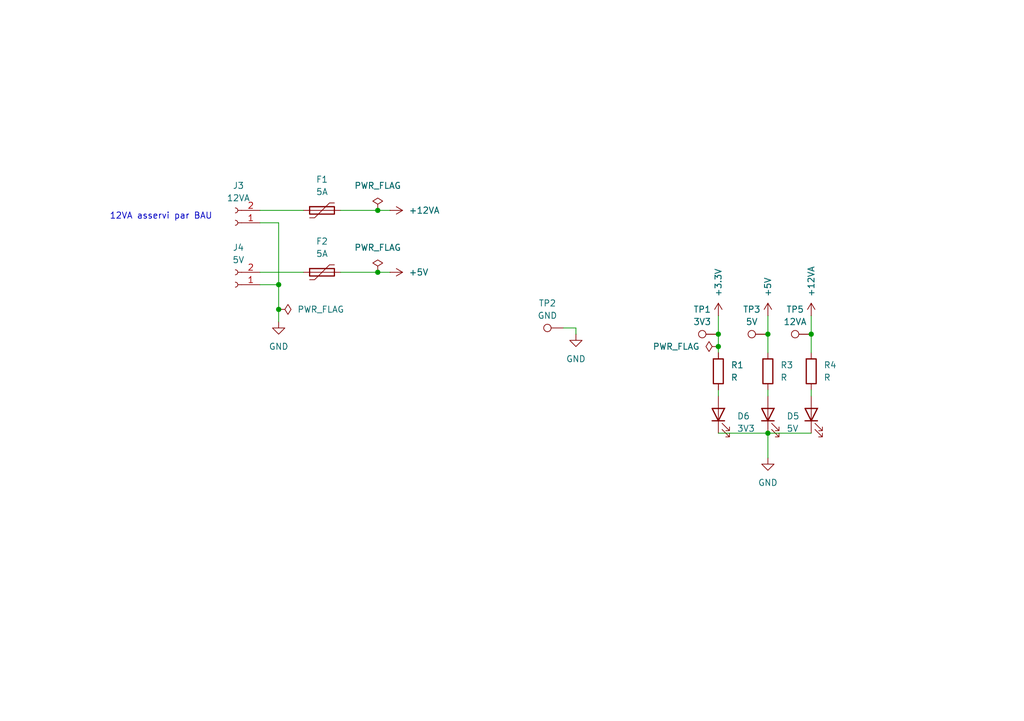
<source format=kicad_sch>
(kicad_sch (version 20231120) (generator "eeschema") (generator_version "8.0")
  (paper "A5")
  (title_block (title "Carte Principale") (date "2024-08-12") (company "CRINSA") (comment 1 "Carte de contrôle pour le robot"))
  (lib_symbols
    (symbol "Connector:Conn_01x02_Socket" (pin_names (offset 1.016) hide)
      (property "Reference" "J" (at 0 2.54 0))
      (property "Value" "Conn_01x02_Socket" (at 0 -5.08 0))
      (symbol "Conn_01x02_Socket_1_1"
        (arc (start 0 -2.032) (mid -0.5058 -2.54) (end 0 -3.048) (stroke (width 0.1524)))
        (polyline (pts (xy -1.27 -2.54) (xy -0.508 -2.54)) (stroke (width 0.1524)))
        (polyline (pts (xy -1.27 0) (xy -0.508 0)) (stroke (width 0.1524)))
        (arc (start 0 0.508) (mid -0.5058 0) (end 0 -0.508) (stroke (width 0.1524)))
        (pin passive line (at -5.08 0 0) (length 3.81) (name "Pin_1") (number "1"))
        (pin passive line (at -5.08 -2.54 0) (length 3.81) (name "Pin_2") (number "2"))
      )
    )
    (symbol "Connector:TestPoint" (pin_numbers hide) (pin_names (offset 0.762) hide)
      (property "Reference" "TP" (at 0 6.858 0))
      (property "Value" "TestPoint" (at 0 5.08 0))
      (symbol "TestPoint_0_1"
        (circle (center 0 3.302) (radius 0.762))
      )
      (symbol "TestPoint_1_1"
        (pin passive line (at 0 0 90) (length 2.54) (name "1") (number "1"))
      )
    )
    (symbol "Device:LED" (pin_numbers hide) (pin_names (offset 1.016) hide)
      (property "Reference" "D" (at 0 2.54 0))
      (property "Value" "LED" (at 0 -2.54 0))
      (symbol "LED_0_1"
        (polyline (pts (xy -1.27 -1.27) (xy -1.27 1.27)) (stroke (width 0.254)))
        (polyline (pts (xy -1.27 0) (xy 1.27 0)))
        (polyline (pts (xy 1.27 -1.27) (xy 1.27 1.27) (xy -1.27 0) (xy 1.27 -1.27)) (stroke (width 0.254)))
        (polyline (pts (xy -3.048 -0.762) (xy -4.572 -2.286) (xy -3.81 -2.286) (xy -4.572 -2.286) (xy -4.572 -1.524)))
        (polyline (pts (xy -1.778 -0.762) (xy -3.302 -2.286) (xy -2.54 -2.286) (xy -3.302 -2.286) (xy -3.302 -1.524)))
      )
      (symbol "LED_1_1"
        (pin passive line (at -3.81 0 0) (length 2.54) (name "K") (number "1"))
        (pin passive line (at 3.81 0 180) (length 2.54) (name "A") (number "2"))
      )
    )
    (symbol "Device:Polyfuse" (pin_numbers hide) (pin_names (offset 0))
      (property "Reference" "F" (at -2.54 0 90))
      (property "Value" "Polyfuse" (at 2.54 0 90))
      (symbol "Polyfuse_0_1"
        (rectangle (start -0.762 2.54) (end 0.762 -2.54) (stroke (width 0.254)))
        (polyline (pts (xy 0 2.54) (xy 0 -2.54)))
        (polyline (pts (xy -1.524 2.54) (xy -1.524 1.524) (xy 1.524 -1.524) (xy 1.524 -2.54)))
      )
      (symbol "Polyfuse_1_1"
        (pin passive line (at 0 3.81 270) (length 1.27) (name "~") (number "1"))
        (pin passive line (at 0 -3.81 90) (length 1.27) (name "~") (number "2"))
      )
    )
    (symbol "Device:R" (pin_numbers hide) (pin_names (offset 0))
      (property "Reference" "R" (at 2.032 0 90))
      (property "Value" "R" (at 0 0 90))
      (symbol "R_0_1"
        (rectangle (start -1.016 -2.54) (end 1.016 2.54) (stroke (width 0.254)))
      )
      (symbol "R_1_1"
        (pin passive line (at 0 3.81 270) (length 1.27) (name "~") (number "1"))
        (pin passive line (at 0 -3.81 90) (length 1.27) (name "~") (number "2"))
      )
    )
    (symbol "power:+12VA" (power) (pin_numbers hide) (pin_names (offset 0) hide)
      (property "Value" "+12VA" (at 0 3.556 0))
      (symbol "+12VA_0_1"
        (polyline (pts (xy -0.762 1.27) (xy 0 2.54)))
        (polyline (pts (xy 0 0) (xy 0 2.54)))
        (polyline (pts (xy 0 2.54) (xy 0.762 1.27)))
      )
      (symbol "+12VA_1_1"
        (pin power_in line (at 0 0 90) (length 0) (name "~") (number "1"))
      )
    )
    (symbol "power:+3.3V" (power) (pin_numbers hide) (pin_names (offset 0) hide)
      (property "Value" "+3.3V" (at 0 3.556 0))
      (symbol "+3.3V_0_1"
        (polyline (pts (xy -0.762 1.27) (xy 0 2.54)))
        (polyline (pts (xy 0 0) (xy 0 2.54)))
        (polyline (pts (xy 0 2.54) (xy 0.762 1.27)))
      )
      (symbol "+3.3V_1_1"
        (pin power_in line (at 0 0 90) (length 0) (name "~") (number "1"))
      )
    )
    (symbol "power:+5V" (power) (pin_numbers hide) (pin_names (offset 0) hide)
      (property "Value" "+5V" (at 0 3.556 0))
      (symbol "+5V_0_1"
        (polyline (pts (xy -0.762 1.27) (xy 0 2.54)))
        (polyline (pts (xy 0 0) (xy 0 2.54)))
        (polyline (pts (xy 0 2.54) (xy 0.762 1.27)))
      )
      (symbol "+5V_1_1"
        (pin power_in line (at 0 0 90) (length 0) (name "~") (number "1"))
      )
    )
    (symbol "power:GND" (power) (pin_numbers hide) (pin_names (offset 0) hide)
      (property "Value" "GND" (at 0 -3.81 0))
      (symbol "GND_0_1"
        (polyline (pts (xy 0 0) (xy 0 -1.27) (xy 1.27 -1.27) (xy 0 -2.54) (xy -1.27 -1.27) (xy 0 -1.27)))
      )
      (symbol "GND_1_1"
        (pin power_in line (at 0 0 270) (length 0) (name "~") (number "1"))
      )
    )
    (symbol "power:PWR_FLAG" (power) (pin_numbers hide) (pin_names (offset 0) hide)
      (property "Value" "PWR_FLAG" (at 0 3.81 0))
      (symbol "PWR_FLAG_0_0"
        (pin power_out line (at 0 0 90) (length 0) (name "~") (number "1"))
      )
      (symbol "PWR_FLAG_0_1"
        (polyline (pts (xy 0 0) (xy 0 1.27) (xy -1.016 1.905) (xy 0 2.54) (xy 1.016 1.905) (xy 0 1.27)))
      )
    )
  )
  (junction (at 77.47 55.88))
  (junction (at 57.15 63.5))
  (junction (at 77.47 43.18))
  (junction (at 147.32 68.58))
  (junction (at 157.48 68.58))
  (junction (at 147.32 71.12))
  (junction (at 166.37 68.58))
  (junction (at 57.15 58.42))
  (junction (at 157.48 88.9))
  (wire (pts (xy 118.11 67.31) (xy 118.11 68.58)))
  (wire (pts (xy 147.32 68.58) (xy 147.32 71.12)))
  (wire (pts (xy 166.37 68.58) (xy 166.37 64.77)))
  (wire (pts (xy 157.48 88.9) (xy 157.48 93.98)))
  (wire (pts (xy 157.48 68.58) (xy 157.48 64.77)))
  (wire (pts (xy 53.34 58.42) (xy 57.15 58.42)))
  (wire (pts (xy 166.37 72.39) (xy 166.37 68.58)))
  (wire (pts (xy 80.01 43.18) (xy 77.47 43.18)))
  (wire (pts (xy 166.37 81.28) (xy 166.37 80.01)))
  (wire (pts (xy 147.32 64.77) (xy 147.32 68.58)))
  (wire (pts (xy 57.15 45.72) (xy 57.15 58.42)))
  (wire (pts (xy 157.48 88.9) (xy 166.37 88.9)))
  (wire (pts (xy 147.32 72.39) (xy 147.32 71.12)))
  (wire (pts (xy 53.34 43.18) (xy 62.23 43.18)))
  (wire (pts (xy 147.32 88.9) (xy 157.48 88.9)))
  (wire (pts (xy 53.34 55.88) (xy 62.23 55.88)))
  (wire (pts (xy 157.48 72.39) (xy 157.48 68.58)))
  (wire (pts (xy 69.85 43.18) (xy 77.47 43.18)))
  (wire (pts (xy 115.57 67.31) (xy 118.11 67.31)))
  (wire (pts (xy 57.15 58.42) (xy 57.15 63.5)))
  (wire (pts (xy 147.32 81.28) (xy 147.32 80.01)))
  (wire (pts (xy 157.48 81.28) (xy 157.48 80.01)))
  (wire (pts (xy 80.01 55.88) (xy 77.47 55.88)))
  (wire (pts (xy 57.15 63.5) (xy 57.15 66.04)))
  (wire (pts (xy 69.85 55.88) (xy 77.47 55.88)))
  (wire (pts (xy 53.34 45.72) (xy 57.15 45.72)))
  (text "12VA asservi par BAU" (at 33.02 44.45 0) (effects (font (size 1.27 1.27))))
  (symbol (lib_id "Device:R") (at 157.48 76.2 0) (unit 1)
    (property "Reference" "R3" (at 160.02 74.9299 0) (effects (justify left)))
    (property "Value" "R" (at 160.02 77.4699 0) (effects (justify left)))
    (property "Footprint" "Resistor_SMD:R_1210_3225Metric_Pad1.30x2.65mm_HandSolder" (effects (hide yes)))
    (property "Description" "Resistor" (effects (hide yes)))
  )
  (symbol (lib_id "Connector:TestPoint") (at 157.48 68.58 90) (unit 1)
    (property "Reference" "TP3" (at 154.178 63.5 90))
    (property "Value" "5V" (at 154.178 66.04 90))
    (property "Footprint" "Connector_Pin:Pin_D1.0mm_L10.0mm" (effects (hide yes)))
    (property "Description" "test point" (effects (hide yes)))
  )
  (symbol (lib_id "power:+12VA") (at 166.37 64.77 0) (mirror y) (unit 1)
    (property "Reference" "#PWR023" (effects (hide yes)))
    (property "Value" "+12VA" (at 166.3701 60.96 90) (effects (justify left)))
    (property "Description" "Power symbol creates a global label with name \"+12VA\"" (effects (hide yes)))
  )
  (symbol (lib_id "power:GND") (at 118.11 68.58 0) (unit 1)
    (property "Reference" "#PWR025" (effects (hide yes)))
    (property "Value" "GND" (at 118.11 73.66 0))
    (property "Description" "Power symbol creates a global label with name \"GND\" , ground" (effects (hide yes)))
  )
  (symbol (lib_id "power:+5V") (at 80.01 55.88 270) (unit 1)
    (property "Reference" "#PWR019" (effects (hide yes)))
    (property "Value" "+5V" (at 83.82 55.8799 90) (effects (justify left)))
    (property "Description" "Power symbol creates a global label with name \"+5V\"" (effects (hide yes)))
  )
  (symbol (lib_id "power:PWR_FLAG") (at 57.15 63.5 270) (unit 1)
    (property "Reference" "#FLG04" (effects (hide yes)))
    (property "Value" "PWR_FLAG" (at 60.96 63.4999 90) (effects (justify left)))
    (property "Description" "Special symbol for telling ERC where power comes from" (effects (hide yes)))
  )
  (symbol (lib_id "power:+12VA") (at 80.01 43.18 270) (unit 1)
    (property "Reference" "#PWR016" (effects (hide yes)))
    (property "Value" "+12VA" (at 83.82 43.1799 90) (effects (justify left)))
    (property "Description" "Power symbol creates a global label with name \"+12VA\"" (effects (hide yes)))
  )
  (symbol (lib_id "Device:R") (at 147.32 76.2 0) (unit 1)
    (property "Reference" "R1" (at 149.86 74.9299 0) (effects (justify left)))
    (property "Value" "R" (at 149.86 77.4699 0) (effects (justify left)))
    (property "Footprint" "Resistor_SMD:R_1210_3225Metric_Pad1.30x2.65mm_HandSolder" (effects (hide yes)))
    (property "Description" "Resistor" (effects (hide yes)))
  )
  (symbol (lib_id "Device:LED") (at 147.32 85.09 90) (unit 1)
    (property "Reference" "D6" (at 151.13 85.4074 90) (effects (justify right)))
    (property "Value" "3V3" (at 151.13 87.9474 90) (effects (justify right)))
    (property "Footprint" "LED_SMD:LED_2010_5025Metric_Pad1.52x2.65mm_HandSolder" (effects (hide yes)))
    (property "Description" "Light emitting diode" (effects (hide yes)))
  )
  (symbol (lib_id "Device:Polyfuse") (at 66.04 43.18 90) (unit 1)
    (property "Reference" "F1" (at 66.04 36.83 90))
    (property "Value" "5A" (at 66.04 39.37 90))
    (property "Footprint" "Fuse:Fuse_2010_5025Metric_Pad1.52x2.65mm_HandSolder" (effects (hide yes)))
    (property "Description" "Resettable fuse, polymeric positive temperature coefficient" (effects (hide yes)))
  )
  (symbol (lib_id "Device:Polyfuse") (at 66.04 55.88 90) (unit 1)
    (property "Reference" "F2" (at 66.04 49.53 90))
    (property "Value" "5A" (at 66.04 52.07 90))
    (property "Footprint" "Fuse:Fuse_2010_5025Metric_Pad1.52x2.65mm_HandSolder" (effects (hide yes)))
    (property "Description" "Resettable fuse, polymeric positive temperature coefficient" (effects (hide yes)))
  )
  (symbol (lib_id "power:PWR_FLAG") (at 77.47 43.18 0) (unit 1)
    (property "Reference" "#FLG01" (effects (hide yes)))
    (property "Value" "PWR_FLAG" (at 77.47 38.1 0))
    (property "Description" "Special symbol for telling ERC where power comes from" (effects (hide yes)))
  )
  (symbol (lib_id "Connector:Conn_01x02_Socket") (at 48.26 45.72 180) (unit 1)
    (property "Reference" "J3" (at 48.895 38.1 0))
    (property "Value" "12VA" (at 48.895 40.64 0))
    (property "Footprint" "Connector_AMASS:AMASS_XT60-M_1x02_P7.20mm_Vertical" (effects (hide yes)))
    (property "Description" "Generic connector, single row, 01x02, script generated" (effects (hide yes)))
  )
  (symbol (lib_id "Device:LED") (at 157.48 85.09 90) (unit 1)
    (property "Reference" "D5" (at 161.29 85.4074 90) (effects (justify right)))
    (property "Value" "5V" (at 161.29 87.9474 90) (effects (justify right)))
    (property "Footprint" "LED_SMD:LED_2010_5025Metric_Pad1.52x2.65mm_HandSolder" (effects (hide yes)))
    (property "Description" "Light emitting diode" (effects (hide yes)))
  )
  (symbol (lib_id "power:GND") (at 57.15 66.04 0) (unit 1)
    (property "Reference" "#PWR024" (effects (hide yes)))
    (property "Value" "GND" (at 57.15 71.12 0))
    (property "Description" "Power symbol creates a global label with name \"GND\" , ground" (effects (hide yes)))
  )
  (symbol (lib_id "Device:R") (at 166.37 76.2 0) (unit 1)
    (property "Reference" "R4" (at 168.91 74.9299 0) (effects (justify left)))
    (property "Value" "R" (at 168.91 77.4699 0) (effects (justify left)))
    (property "Footprint" "Resistor_SMD:R_1210_3225Metric_Pad1.30x2.65mm_HandSolder" (effects (hide yes)))
    (property "Description" "Resistor" (effects (hide yes)))
  )
  (symbol (lib_id "power:GND") (at 157.48 93.98 0) (unit 1)
    (property "Reference" "#PWR026" (effects (hide yes)))
    (property "Value" "GND" (at 157.48 99.06 0))
    (property "Description" "Power symbol creates a global label with name \"GND\" , ground" (effects (hide yes)))
  )
  (symbol (lib_id "power:PWR_FLAG") (at 147.32 71.12 90) (unit 1)
    (property "Reference" "#FLG05" (effects (hide yes)))
    (property "Value" "PWR_FLAG" (at 143.51 71.1199 90) (effects (justify left)))
    (property "Description" "Special symbol for telling ERC where power comes from" (effects (hide yes)))
  )
  (symbol (lib_id "power:+5V") (at 157.48 64.77 0) (mirror y) (unit 1)
    (property "Reference" "#PWR022" (effects (hide yes)))
    (property "Value" "+5V" (at 157.4801 60.96 90) (effects (justify left)))
    (property "Description" "Power symbol creates a global label with name \"+5V\"" (effects (hide yes)))
  )
  (symbol (lib_id "power:+3.3V") (at 147.32 64.77 0) (mirror y) (unit 1)
    (property "Reference" "#PWR020" (effects (hide yes)))
    (property "Value" "+3.3V" (at 147.3201 60.96 90) (effects (justify left)))
    (property "Description" "Power symbol creates a global label with name \"+3.3V\"" (effects (hide yes)))
  )
  (symbol (lib_id "power:PWR_FLAG") (at 77.47 55.88 0) (unit 1)
    (property "Reference" "#FLG03" (effects (hide yes)))
    (property "Value" "PWR_FLAG" (at 77.47 50.8 0))
    (property "Description" "Special symbol for telling ERC where power comes from" (effects (hide yes)))
  )
  (symbol (lib_id "Connector:TestPoint") (at 147.32 68.58 90) (unit 1)
    (property "Reference" "TP1" (at 144.018 63.5 90))
    (property "Value" "3V3" (at 144.018 66.04 90))
    (property "Footprint" "Connector_Pin:Pin_D1.0mm_L10.0mm" (effects (hide yes)))
    (property "Description" "test point" (effects (hide yes)))
  )
  (symbol (lib_id "Connector:TestPoint") (at 115.57 67.31 90) (unit 1)
    (property "Reference" "TP2" (at 112.268 62.23 90))
    (property "Value" "GND" (at 112.268 64.77 90))
    (property "Footprint" "Connector_Pin:Pin_D1.0mm_L10.0mm" (effects (hide yes)))
    (property "Description" "test point" (effects (hide yes)))
  )
  (symbol (lib_id "Device:LED") (at 166.37 85.09 90) (unit 1)
    (property "Reference" "D7" (effects (hide yes)))
    (property "Value" "12VA" (effects (hide yes)))
    (property "Footprint" "LED_SMD:LED_2010_5025Metric_Pad1.52x2.65mm_HandSolder" (effects (hide yes)))
    (property "Description" "Light emitting diode" (effects (hide yes)))
  )
  (symbol (lib_id "Connector:Conn_01x02_Socket") (at 48.26 58.42 180) (unit 1)
    (property "Reference" "J4" (at 48.895 50.8 0))
    (property "Value" "5V" (at 48.895 53.34 0))
    (property "Footprint" "Connector_AMASS:AMASS_XT30U-M_1x02_P5.0mm_Vertical" (effects (hide yes)))
    (property "Description" "Generic connector, single row, 01x02, script generated" (effects (hide yes)))
  )
  (symbol (lib_id "Connector:TestPoint") (at 166.37 68.58 90) (unit 1)
    (property "Reference" "TP5" (at 163.068 63.5 90))
    (property "Value" "12VA" (at 163.068 66.04 90))
    (property "Footprint" "Connector_Pin:Pin_D1.0mm_L10.0mm" (effects (hide yes)))
    (property "Description" "test point" (effects (hide yes)))
  )
)
</source>
